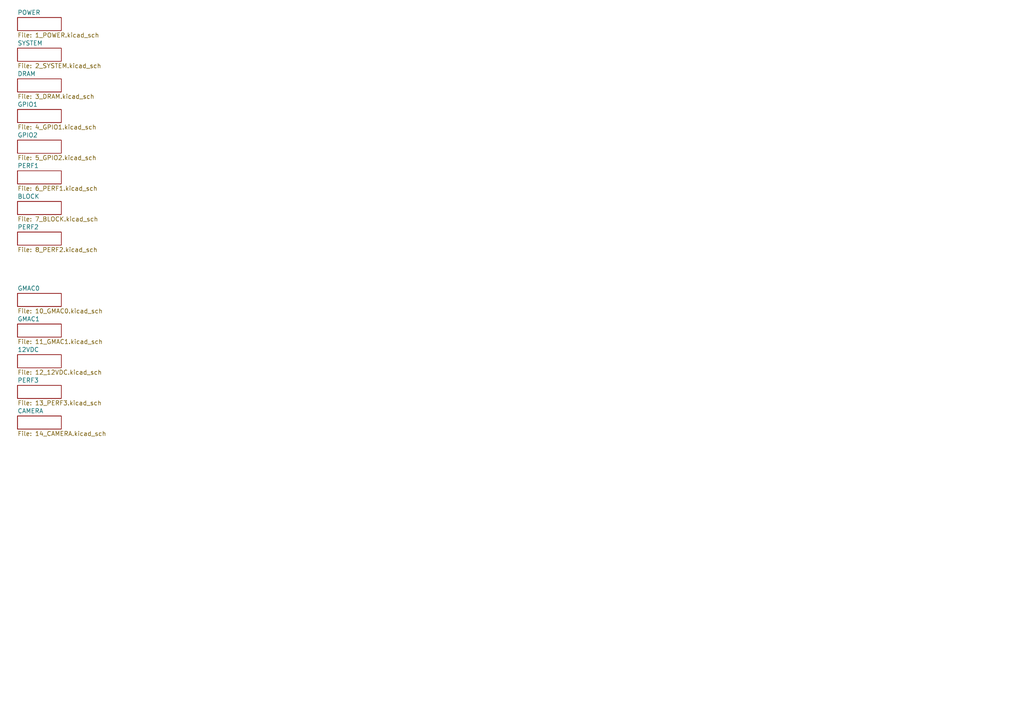
<source format=kicad_sch>
(kicad_sch
	(version 20231120)
	(generator "eeschema")
	(generator_version "8.0")
	(uuid "311070a2-ef1d-49ff-bc43-9d87b5e7d02b")
	(paper "A4")
	(lib_symbols)
	(sheet
		(at 5.08 58.42)
		(size 12.7 3.81)
		(fields_autoplaced yes)
		(stroke
			(width 0)
			(type solid)
		)
		(fill
			(color 0 0 0 0.0000)
		)
		(uuid "1107169a-956c-4869-a355-3c5032403eb3")
		(property "Sheetname" "BLOCK"
			(at 5.08 57.7084 0)
			(effects
				(font
					(size 1.27 1.27)
				)
				(justify left bottom)
			)
		)
		(property "Sheetfile" "7_BLOCK.kicad_sch"
			(at 5.08 62.8146 0)
			(effects
				(font
					(size 1.27 1.27)
				)
				(justify left top)
			)
		)
		(instances
			(project "AvaotaA1"
				(path "/96f1bcce-1035-43ac-8e65-e84f15f52499"
					(page "7")
				)
			)
		)
	)
	(sheet
		(at 5.08 93.98)
		(size 12.7 3.81)
		(fields_autoplaced yes)
		(stroke
			(width 0)
			(type solid)
		)
		(fill
			(color 0 0 0 0.0000)
		)
		(uuid "243bbaf7-6961-416c-af98-307444b5185e")
		(property "Sheetname" "GMAC1"
			(at 5.08 93.2684 0)
			(effects
				(font
					(size 1.27 1.27)
				)
				(justify left bottom)
			)
		)
		(property "Sheetfile" "11_GMAC1.kicad_sch"
			(at 5.08 98.3746 0)
			(effects
				(font
					(size 1.27 1.27)
				)
				(justify left top)
			)
		)
		(instances
			(project "AvaotaA1"
				(path "/96f1bcce-1035-43ac-8e65-e84f15f52499"
					(page "11")
				)
			)
		)
	)
	(sheet
		(at 5.08 111.76)
		(size 12.7 3.81)
		(fields_autoplaced yes)
		(stroke
			(width 0)
			(type solid)
		)
		(fill
			(color 0 0 0 0.0000)
		)
		(uuid "30b1f924-e8c3-488d-ae89-563c16e1a3bc")
		(property "Sheetname" "PERF3"
			(at 5.08 111.0484 0)
			(effects
				(font
					(size 1.27 1.27)
				)
				(justify left bottom)
			)
		)
		(property "Sheetfile" "13_PERF3.kicad_sch"
			(at 5.08 116.1546 0)
			(effects
				(font
					(size 1.27 1.27)
				)
				(justify left top)
			)
		)
		(instances
			(project "AvaotaA1"
				(path "/96f1bcce-1035-43ac-8e65-e84f15f52499"
					(page "13")
				)
			)
		)
	)
	(sheet
		(at 5.08 5.08)
		(size 12.7 3.81)
		(fields_autoplaced yes)
		(stroke
			(width 0)
			(type solid)
		)
		(fill
			(color 0 0 0 0.0000)
		)
		(uuid "3cc9620a-bedf-4ebb-8941-f0a26356a719")
		(property "Sheetname" "POWER"
			(at 5.08 4.3684 0)
			(effects
				(font
					(size 1.27 1.27)
				)
				(justify left bottom)
			)
		)
		(property "Sheetfile" "1_POWER.kicad_sch"
			(at 5.08 9.4746 0)
			(effects
				(font
					(size 1.27 1.27)
				)
				(justify left top)
			)
		)
		(instances
			(project "AvaotaA1"
				(path "/96f1bcce-1035-43ac-8e65-e84f15f52499"
					(page "1")
				)
			)
		)
	)
	(sheet
		(at 5.08 102.87)
		(size 12.7 3.81)
		(fields_autoplaced yes)
		(stroke
			(width 0)
			(type solid)
		)
		(fill
			(color 0 0 0 0.0000)
		)
		(uuid "55452142-8ed8-478b-9bf6-a622a51d8498")
		(property "Sheetname" "12VDC"
			(at 5.08 102.1584 0)
			(effects
				(font
					(size 1.27 1.27)
				)
				(justify left bottom)
			)
		)
		(property "Sheetfile" "12_12VDC.kicad_sch"
			(at 5.08 107.2646 0)
			(effects
				(font
					(size 1.27 1.27)
				)
				(justify left top)
			)
		)
		(instances
			(project "AvaotaA1"
				(path "/96f1bcce-1035-43ac-8e65-e84f15f52499"
					(page "12")
				)
			)
		)
	)
	(sheet
		(at 5.08 120.65)
		(size 12.7 3.81)
		(fields_autoplaced yes)
		(stroke
			(width 0)
			(type solid)
		)
		(fill
			(color 0 0 0 0.0000)
		)
		(uuid "5f4e957b-35af-479e-ba7b-1d8ade27dc35")
		(property "Sheetname" "CAMERA"
			(at 5.08 119.9384 0)
			(effects
				(font
					(size 1.27 1.27)
				)
				(justify left bottom)
			)
		)
		(property "Sheetfile" "14_CAMERA.kicad_sch"
			(at 5.08 125.0446 0)
			(effects
				(font
					(size 1.27 1.27)
				)
				(justify left top)
			)
		)
		(instances
			(project "AvaotaA1"
				(path "/96f1bcce-1035-43ac-8e65-e84f15f52499"
					(page "14")
				)
			)
		)
	)
	(sheet
		(at 5.08 13.97)
		(size 12.7 3.81)
		(fields_autoplaced yes)
		(stroke
			(width 0)
			(type solid)
		)
		(fill
			(color 0 0 0 0.0000)
		)
		(uuid "6bb1a388-8aaa-4d9e-9aa8-a0e18caf0343")
		(property "Sheetname" "SYSTEM"
			(at 5.08 13.2584 0)
			(effects
				(font
					(size 1.27 1.27)
				)
				(justify left bottom)
			)
		)
		(property "Sheetfile" "2_SYSTEM.kicad_sch"
			(at 5.08 18.3646 0)
			(effects
				(font
					(size 1.27 1.27)
				)
				(justify left top)
			)
		)
		(instances
			(project "AvaotaA1"
				(path "/96f1bcce-1035-43ac-8e65-e84f15f52499"
					(page "2")
				)
			)
		)
	)
	(sheet
		(at 5.08 85.09)
		(size 12.7 3.81)
		(fields_autoplaced yes)
		(stroke
			(width 0)
			(type solid)
		)
		(fill
			(color 0 0 0 0.0000)
		)
		(uuid "7d53e912-fec0-463a-a6af-d6bfdb64ea79")
		(property "Sheetname" "GMAC0"
			(at 5.08 84.3784 0)
			(effects
				(font
					(size 1.27 1.27)
				)
				(justify left bottom)
			)
		)
		(property "Sheetfile" "10_GMAC0.kicad_sch"
			(at 5.08 89.4846 0)
			(effects
				(font
					(size 1.27 1.27)
				)
				(justify left top)
			)
		)
		(instances
			(project "AvaotaA1"
				(path "/96f1bcce-1035-43ac-8e65-e84f15f52499"
					(page "10")
				)
			)
		)
	)
	(sheet
		(at 5.08 67.31)
		(size 12.7 3.81)
		(fields_autoplaced yes)
		(stroke
			(width 0)
			(type solid)
		)
		(fill
			(color 0 0 0 0.0000)
		)
		(uuid "90d52ef5-3568-467e-911a-b6787c924e81")
		(property "Sheetname" "PERF2"
			(at 5.08 66.5984 0)
			(effects
				(font
					(size 1.27 1.27)
				)
				(justify left bottom)
			)
		)
		(property "Sheetfile" "8_PERF2.kicad_sch"
			(at 5.08 71.7046 0)
			(effects
				(font
					(size 1.27 1.27)
				)
				(justify left top)
			)
		)
		(instances
			(project "AvaotaA1"
				(path "/96f1bcce-1035-43ac-8e65-e84f15f52499"
					(page "8")
				)
			)
		)
	)
	(sheet
		(at 5.08 22.86)
		(size 12.7 3.81)
		(fields_autoplaced yes)
		(stroke
			(width 0)
			(type solid)
		)
		(fill
			(color 0 0 0 0.0000)
		)
		(uuid "a781a540-d6b9-41cb-aa3a-d794808e02f9")
		(property "Sheetname" "DRAM"
			(at 5.08 22.1484 0)
			(effects
				(font
					(size 1.27 1.27)
				)
				(justify left bottom)
			)
		)
		(property "Sheetfile" "3_DRAM.kicad_sch"
			(at 5.08 27.2546 0)
			(effects
				(font
					(size 1.27 1.27)
				)
				(justify left top)
			)
		)
		(instances
			(project "AvaotaA1"
				(path "/96f1bcce-1035-43ac-8e65-e84f15f52499"
					(page "3")
				)
			)
		)
	)
	(sheet
		(at 5.08 31.75)
		(size 12.7 3.81)
		(fields_autoplaced yes)
		(stroke
			(width 0)
			(type solid)
		)
		(fill
			(color 0 0 0 0.0000)
		)
		(uuid "d5db9242-a15b-4c67-8a4e-ec38f7fd46eb")
		(property "Sheetname" "GPIO1"
			(at 5.08 31.0384 0)
			(effects
				(font
					(size 1.27 1.27)
				)
				(justify left bottom)
			)
		)
		(property "Sheetfile" "4_GPIO1.kicad_sch"
			(at 5.08 36.1446 0)
			(effects
				(font
					(size 1.27 1.27)
				)
				(justify left top)
			)
		)
		(instances
			(project "AvaotaA1"
				(path "/96f1bcce-1035-43ac-8e65-e84f15f52499"
					(page "4")
				)
			)
		)
	)
	(sheet
		(at 5.08 40.64)
		(size 12.7 3.81)
		(fields_autoplaced yes)
		(stroke
			(width 0)
			(type solid)
		)
		(fill
			(color 0 0 0 0.0000)
		)
		(uuid "da7dcee6-d713-4556-af58-45ce5cc5e139")
		(property "Sheetname" "GPIO2"
			(at 5.08 39.9284 0)
			(effects
				(font
					(size 1.27 1.27)
				)
				(justify left bottom)
			)
		)
		(property "Sheetfile" "5_GPIO2.kicad_sch"
			(at 5.08 45.0346 0)
			(effects
				(font
					(size 1.27 1.27)
				)
				(justify left top)
			)
		)
		(instances
			(project "AvaotaA1"
				(path "/96f1bcce-1035-43ac-8e65-e84f15f52499"
					(page "5")
				)
			)
		)
	)
	(sheet
		(at 5.08 49.53)
		(size 12.7 3.81)
		(fields_autoplaced yes)
		(stroke
			(width 0)
			(type solid)
		)
		(fill
			(color 0 0 0 0.0000)
		)
		(uuid "df4d8ee1-c399-49ce-a5af-a68a7d534563")
		(property "Sheetname" "PERF1"
			(at 5.08 48.8184 0)
			(effects
				(font
					(size 1.27 1.27)
				)
				(justify left bottom)
			)
		)
		(property "Sheetfile" "6_PERF1.kicad_sch"
			(at 5.08 53.9246 0)
			(effects
				(font
					(size 1.27 1.27)
				)
				(justify left top)
			)
		)
		(instances
			(project "AvaotaA1"
				(path "/96f1bcce-1035-43ac-8e65-e84f15f52499"
					(page "6")
				)
			)
		)
	)
)

</source>
